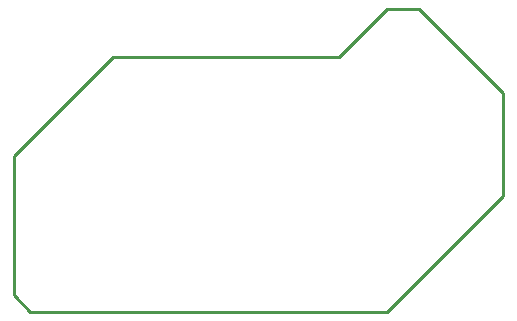
<source format=gko>
G04 Layer_Color=16711935*
%FSLAX25Y25*%
%MOIN*%
G70*
G01*
G75*
%ADD28C,0.01000*%
D28*
X0Y20590D02*
Y38840D01*
X124536Y0D02*
X163035Y38500D01*
Y73000D01*
X135035Y101000D02*
X163035Y73000D01*
X0Y51965D02*
X33035Y85000D01*
X108535D01*
X124535Y101000D02*
X135035D01*
X108535Y85000D02*
X124535Y101000D01*
X0Y38840D02*
Y51965D01*
X5500Y0D02*
X124536D01*
X0Y5500D02*
Y20590D01*
Y5500D02*
X1375Y4125D01*
X0Y5500D02*
X5500Y0D01*
M02*

</source>
